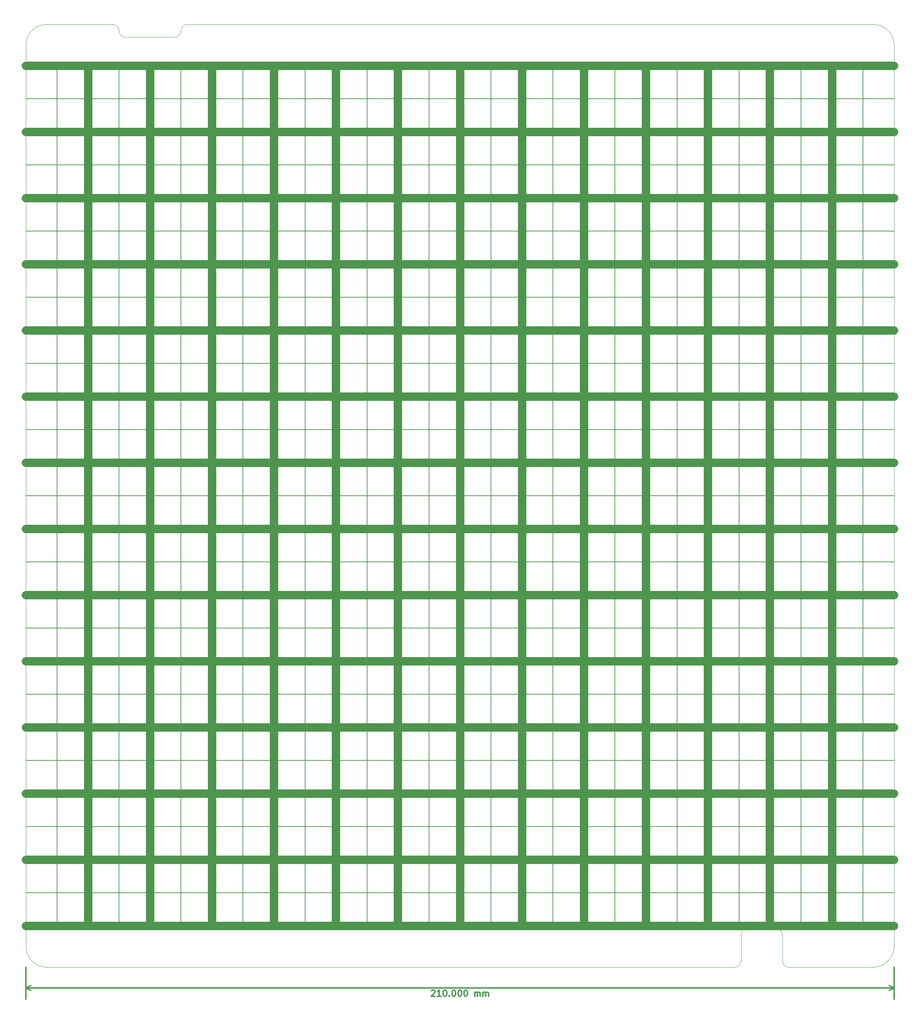
<source format=gbr>
%FSLAX46Y46*%
G04 Gerber Fmt 4.6, Leading zero omitted, Abs format (unit mm)*
G04 Created by KiCad (PCBNEW (2014-09-25 BZR 5147)-product) date Friday 10 October 2014 06:15:43 PM IST*
%MOMM*%
G01*
G04 APERTURE LIST*
%ADD10C,0.150000*%
%ADD11C,0.100000*%
%ADD12C,2.000000*%
%ADD13C,0.200000*%
%ADD14C,0.300000*%
G04 APERTURE END LIST*
D10*
D11*
X264000000Y-46000000D02*
X264000000Y-264000000D01*
X93000000Y-41000000D02*
X259000000Y-41000000D01*
X75000000Y-41000000D02*
X59000000Y-41000000D01*
X76500000Y-42500000D02*
X76500000Y-42600000D01*
X76500000Y-42500000D02*
G75*
G03X75000000Y-41000000I-1500000J0D01*
G74*
G01*
X91500000Y-42500000D02*
X91500000Y-42600000D01*
X93000000Y-41000000D02*
G75*
G03X91500000Y-42500000I0J-1500000D01*
G74*
G01*
X90000000Y-44100000D02*
G75*
G03X91500000Y-42600000I0J1500000D01*
G74*
G01*
X76500000Y-42600000D02*
G75*
G03X78000000Y-44100000I1500000J0D01*
G74*
G01*
X84000000Y-44100000D02*
X90000000Y-44100000D01*
X84000000Y-44100000D02*
X78000000Y-44100000D01*
X54000000Y-264000000D02*
X54000000Y-46000000D01*
X225500000Y-269000000D02*
X59000000Y-269000000D01*
X259000000Y-269000000D02*
X238500000Y-269000000D01*
X259000000Y-269000000D02*
G75*
G03X264000000Y-264000000I0J5000000D01*
G74*
G01*
X264000000Y-46000000D02*
G75*
G03X259000000Y-41000000I-5000000J0D01*
G74*
G01*
X59000000Y-41000000D02*
G75*
G03X54000000Y-46000000I0J-5000000D01*
G74*
G01*
X54000000Y-264000000D02*
G75*
G03X59000000Y-269000000I5000000J0D01*
G74*
G01*
X237000000Y-267500000D02*
X237000000Y-261200000D01*
X227000000Y-261200000D02*
X227000000Y-267500000D01*
X225500000Y-269000000D02*
G75*
G03X227000000Y-267500000I0J1500000D01*
G74*
G01*
X237000000Y-267500000D02*
G75*
G03X238500000Y-269000000I1500000J0D01*
G74*
G01*
X237000000Y-261200000D02*
G75*
G03X235500000Y-259700000I-1500000J0D01*
G74*
G01*
X228500000Y-259700000D02*
G75*
G03X227000000Y-261200000I0J-1500000D01*
G74*
G01*
X235500000Y-259700000D02*
X228500000Y-259700000D01*
D12*
X54000000Y-83000000D02*
X264000000Y-83000000D01*
X54000000Y-67000000D02*
X264000000Y-67000000D01*
X54000000Y-51000000D02*
X264000000Y-51000000D01*
D13*
X76500000Y-51000000D02*
X76500000Y-259000000D01*
X196500000Y-259000000D02*
X196500000Y-51000000D01*
X181500000Y-51000000D02*
X181500000Y-259000000D01*
D12*
X189000000Y-259000000D02*
X189000000Y-51000000D01*
D13*
X264000000Y-251000000D02*
X54000000Y-251000000D01*
X54000000Y-235000000D02*
X264000000Y-235000000D01*
X264000000Y-219000000D02*
X54000000Y-219000000D01*
X54000000Y-203000000D02*
X264000000Y-203000000D01*
X264000000Y-187000000D02*
X54000000Y-187000000D01*
X54000000Y-171000000D02*
X264000000Y-171000000D01*
X264000000Y-155000000D02*
X54000000Y-155000000D01*
X54000000Y-139000000D02*
X264000000Y-139000000D01*
X264000000Y-123000000D02*
X54000000Y-123000000D01*
X54000000Y-107000000D02*
X264000000Y-107000000D01*
X54000000Y-91000000D02*
X264000000Y-91000000D01*
D12*
X54000000Y-99000000D02*
X264000000Y-99000000D01*
D13*
X69000000Y-67000000D02*
X69000000Y-83000000D01*
X69000000Y-67000000D02*
X69000000Y-83000000D01*
X69000000Y-67000000D02*
X69000000Y-83000000D01*
X69000000Y-67000000D02*
X69000000Y-83000000D01*
X264000000Y-59000000D02*
X54000000Y-59000000D01*
X54000000Y-75000000D02*
X264000000Y-75000000D01*
X256500000Y-51000000D02*
X256500000Y-259000000D01*
X241500000Y-259000000D02*
X241500000Y-51000000D01*
X226500000Y-51000000D02*
X226500000Y-259000000D01*
X211500000Y-259000000D02*
X211500000Y-51000000D01*
X166500000Y-51000000D02*
X166500000Y-259000000D01*
X151500000Y-259000000D02*
X151500000Y-51000000D01*
X136500000Y-51000000D02*
X136500000Y-259000000D01*
X121500000Y-259000000D02*
X121500000Y-51000000D01*
X106500000Y-51000000D02*
X106500000Y-259000000D01*
X91500000Y-259000000D02*
X91500000Y-51000000D01*
X61500000Y-259000000D02*
X77000000Y-259000000D01*
X61500000Y-51000000D02*
X61500000Y-259000000D01*
D12*
X54000000Y-243000000D02*
X264000000Y-243000000D01*
X54000000Y-227000000D02*
X264000000Y-227000000D01*
X264000000Y-211000000D02*
X54000000Y-211000000D01*
X54000000Y-195000000D02*
X264000000Y-195000000D01*
X264000000Y-179000000D02*
X54000000Y-179000000D01*
X54000000Y-163000000D02*
X264000000Y-163000000D01*
X264000000Y-147000000D02*
X54000000Y-147000000D01*
X54000000Y-131000000D02*
X264000000Y-131000000D01*
X264000000Y-115000000D02*
X54000000Y-115000000D01*
X249000000Y-259000000D02*
X249000000Y-51000000D01*
X234000000Y-51000000D02*
X234000000Y-259000000D01*
X219000000Y-259000000D02*
X219000000Y-51000000D01*
X204000000Y-51000000D02*
X204000000Y-259000000D01*
X174000000Y-51000000D02*
X174000000Y-259000000D01*
X159000000Y-259000000D02*
X159000000Y-51000000D01*
X144000000Y-51000000D02*
X144000000Y-259000000D01*
X129000000Y-259000000D02*
X129000000Y-51000000D01*
X114000000Y-51000000D02*
X114000000Y-259000000D01*
X99000000Y-51000000D02*
X99000000Y-259000000D01*
X84000000Y-51000000D02*
X84000000Y-259000000D01*
X69000000Y-51000000D02*
X69000000Y-259000000D01*
D13*
X84000000Y-51000000D02*
X84000000Y-67000000D01*
X84000000Y-67000000D02*
X69000000Y-67000000D01*
X84000000Y-67000000D02*
X69000000Y-67000000D01*
X84000000Y-51000000D02*
X84000000Y-67000000D01*
X84000000Y-51000000D02*
X84000000Y-67000000D01*
X84000000Y-67000000D02*
X69000000Y-67000000D01*
X84000000Y-67000000D02*
X69000000Y-67000000D01*
X84000000Y-51000000D02*
X84000000Y-67000000D01*
X99000000Y-51000000D02*
X99000000Y-67000000D01*
X99000000Y-67000000D02*
X84000000Y-67000000D01*
X84000000Y-67000000D02*
X84000000Y-51000000D01*
X84000000Y-67000000D02*
X84000000Y-51000000D01*
X99000000Y-67000000D02*
X84000000Y-67000000D01*
X99000000Y-51000000D02*
X99000000Y-67000000D01*
X99000000Y-51000000D02*
X99000000Y-67000000D01*
X99000000Y-67000000D02*
X84000000Y-67000000D01*
X84000000Y-67000000D02*
X84000000Y-51000000D01*
X84000000Y-67000000D02*
X84000000Y-51000000D01*
X99000000Y-67000000D02*
X84000000Y-67000000D01*
X99000000Y-51000000D02*
X99000000Y-67000000D01*
X69000000Y-67000000D02*
X84000000Y-67000000D01*
X69000000Y-67000000D02*
X84000000Y-67000000D01*
X69000000Y-67000000D02*
X84000000Y-67000000D01*
X69000000Y-67000000D02*
X84000000Y-67000000D01*
X54000000Y-67000000D02*
X69000000Y-67000000D01*
X54000000Y-67000000D02*
X69000000Y-67000000D01*
X54000000Y-67000000D02*
X69000000Y-67000000D01*
X54000000Y-67000000D02*
X69000000Y-67000000D01*
D12*
X54000000Y-259000000D02*
X264000000Y-259000000D01*
D13*
X84000000Y-51000000D02*
X84000000Y-67000000D01*
X84000000Y-67000000D02*
X69000000Y-67000000D01*
X69000000Y-67000000D02*
X69000000Y-51000000D01*
X69000000Y-67000000D02*
X69000000Y-51000000D01*
X84000000Y-67000000D02*
X69000000Y-67000000D01*
X84000000Y-51000000D02*
X84000000Y-67000000D01*
X84000000Y-51000000D02*
X84000000Y-67000000D01*
X84000000Y-67000000D02*
X69000000Y-67000000D01*
X69000000Y-67000000D02*
X69000000Y-51000000D01*
X69000000Y-67000000D02*
X69000000Y-51000000D01*
X84000000Y-67000000D02*
X69000000Y-67000000D01*
X84000000Y-51000000D02*
X84000000Y-67000000D01*
X69000000Y-51000000D02*
X69000000Y-67000000D01*
X69000000Y-67000000D02*
X54000000Y-67000000D01*
X69000000Y-67000000D02*
X54000000Y-67000000D01*
X69000000Y-51000000D02*
X69000000Y-67000000D01*
X69000000Y-51000000D02*
X69000000Y-67000000D01*
X69000000Y-67000000D02*
X54000000Y-67000000D01*
X69000000Y-67000000D02*
X54000000Y-67000000D01*
X69000000Y-51000000D02*
X69000000Y-67000000D01*
D14*
X152071430Y-274671428D02*
X152142859Y-274599999D01*
X152285716Y-274528570D01*
X152642859Y-274528570D01*
X152785716Y-274599999D01*
X152857145Y-274671428D01*
X152928573Y-274814285D01*
X152928573Y-274957142D01*
X152857145Y-275171428D01*
X152000002Y-276028570D01*
X152928573Y-276028570D01*
X154357144Y-276028570D02*
X153500001Y-276028570D01*
X153928573Y-276028570D02*
X153928573Y-274528570D01*
X153785716Y-274742856D01*
X153642858Y-274885713D01*
X153500001Y-274957142D01*
X155285715Y-274528570D02*
X155428572Y-274528570D01*
X155571429Y-274599999D01*
X155642858Y-274671428D01*
X155714287Y-274814285D01*
X155785715Y-275099999D01*
X155785715Y-275457142D01*
X155714287Y-275742856D01*
X155642858Y-275885713D01*
X155571429Y-275957142D01*
X155428572Y-276028570D01*
X155285715Y-276028570D01*
X155142858Y-275957142D01*
X155071429Y-275885713D01*
X155000001Y-275742856D01*
X154928572Y-275457142D01*
X154928572Y-275099999D01*
X155000001Y-274814285D01*
X155071429Y-274671428D01*
X155142858Y-274599999D01*
X155285715Y-274528570D01*
X156428572Y-275885713D02*
X156500000Y-275957142D01*
X156428572Y-276028570D01*
X156357143Y-275957142D01*
X156428572Y-275885713D01*
X156428572Y-276028570D01*
X157428572Y-274528570D02*
X157571429Y-274528570D01*
X157714286Y-274599999D01*
X157785715Y-274671428D01*
X157857144Y-274814285D01*
X157928572Y-275099999D01*
X157928572Y-275457142D01*
X157857144Y-275742856D01*
X157785715Y-275885713D01*
X157714286Y-275957142D01*
X157571429Y-276028570D01*
X157428572Y-276028570D01*
X157285715Y-275957142D01*
X157214286Y-275885713D01*
X157142858Y-275742856D01*
X157071429Y-275457142D01*
X157071429Y-275099999D01*
X157142858Y-274814285D01*
X157214286Y-274671428D01*
X157285715Y-274599999D01*
X157428572Y-274528570D01*
X158857143Y-274528570D02*
X159000000Y-274528570D01*
X159142857Y-274599999D01*
X159214286Y-274671428D01*
X159285715Y-274814285D01*
X159357143Y-275099999D01*
X159357143Y-275457142D01*
X159285715Y-275742856D01*
X159214286Y-275885713D01*
X159142857Y-275957142D01*
X159000000Y-276028570D01*
X158857143Y-276028570D01*
X158714286Y-275957142D01*
X158642857Y-275885713D01*
X158571429Y-275742856D01*
X158500000Y-275457142D01*
X158500000Y-275099999D01*
X158571429Y-274814285D01*
X158642857Y-274671428D01*
X158714286Y-274599999D01*
X158857143Y-274528570D01*
X160285714Y-274528570D02*
X160428571Y-274528570D01*
X160571428Y-274599999D01*
X160642857Y-274671428D01*
X160714286Y-274814285D01*
X160785714Y-275099999D01*
X160785714Y-275457142D01*
X160714286Y-275742856D01*
X160642857Y-275885713D01*
X160571428Y-275957142D01*
X160428571Y-276028570D01*
X160285714Y-276028570D01*
X160142857Y-275957142D01*
X160071428Y-275885713D01*
X160000000Y-275742856D01*
X159928571Y-275457142D01*
X159928571Y-275099999D01*
X160000000Y-274814285D01*
X160071428Y-274671428D01*
X160142857Y-274599999D01*
X160285714Y-274528570D01*
X162571428Y-276028570D02*
X162571428Y-275028570D01*
X162571428Y-275171428D02*
X162642856Y-275099999D01*
X162785714Y-275028570D01*
X162999999Y-275028570D01*
X163142856Y-275099999D01*
X163214285Y-275242856D01*
X163214285Y-276028570D01*
X163214285Y-275242856D02*
X163285714Y-275099999D01*
X163428571Y-275028570D01*
X163642856Y-275028570D01*
X163785714Y-275099999D01*
X163857142Y-275242856D01*
X163857142Y-276028570D01*
X164571428Y-276028570D02*
X164571428Y-275028570D01*
X164571428Y-275171428D02*
X164642856Y-275099999D01*
X164785714Y-275028570D01*
X164999999Y-275028570D01*
X165142856Y-275099999D01*
X165214285Y-275242856D01*
X165214285Y-276028570D01*
X165214285Y-275242856D02*
X165285714Y-275099999D01*
X165428571Y-275028570D01*
X165642856Y-275028570D01*
X165785714Y-275099999D01*
X165857142Y-275242856D01*
X165857142Y-276028570D01*
X54000000Y-273999999D02*
X264000000Y-273999999D01*
X54000000Y-269000000D02*
X54000000Y-276699999D01*
X264000000Y-269000000D02*
X264000000Y-276699999D01*
X264000000Y-273999999D02*
X262873497Y-274586419D01*
X264000000Y-273999999D02*
X262873497Y-273413579D01*
X54000000Y-273999999D02*
X55126503Y-274586419D01*
X54000000Y-273999999D02*
X55126503Y-273413579D01*
M02*

</source>
